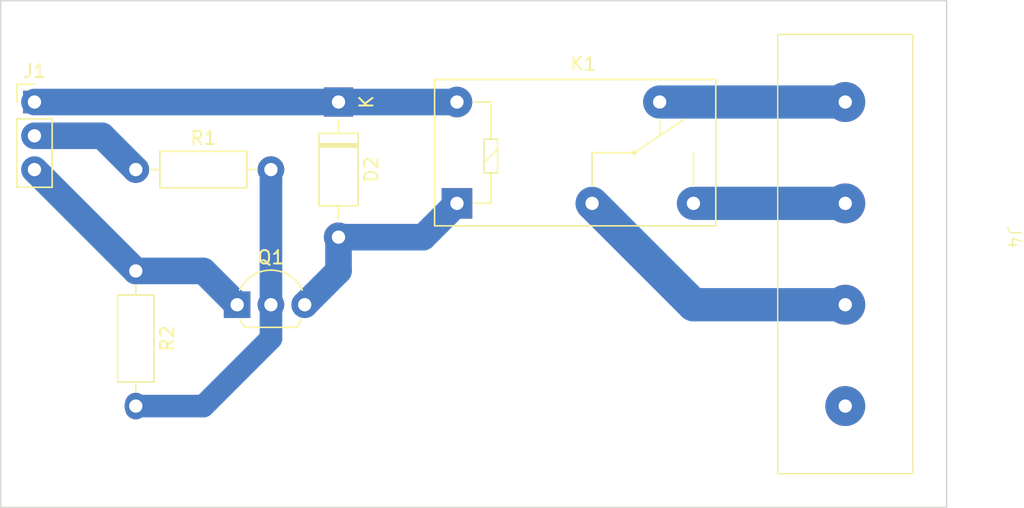
<source format=kicad_pcb>
(kicad_pcb (version 20221018) (generator pcbnew)
  (layers (0 "F.Cu" signal) (31 "B.Cu" signal) (34 "B.Paste" user) (35 "F.Paste" user) (36 "B.SilkS" user "B.Silkscreen") (37 "F.SilkS" user "F.Silkscreen") (38 "B.Mask" user) (39 "F.Mask" user) (44 "Edge.Cuts" user))
  (net 0 "")
  (net 2 "+5V")
  (net 3 "Net-(D2-A)")
  (net 4 "/RELAY_TOGGLE")
  (net 5 "GND")
  (net 6 "/RELAY_NO")
  (net 7 "/RELAY_NC")
  (net 8 "/RELAY_COM")
  (net 9 "Net-(Q1-B)")
  (footprint "Package_TO_SOT_THT:TO-92L_Inline_Wide" (layer "F.Cu") (at 134.62 116.84)
    (fp_text reference "Q1" (at 2.54 -3.56) (layer "F.SilkS"))
    (fp_text value "2N2222")
    (fp_line (start 0.6 1.7) (end 4.45 1.7) (stroke (width 0.12)) (layer "F.SilkS"))
    (fp_arc (start 0.1836 -1.098807) (mid 1.143021 -2.192817) (end 2.54 -2.6) (stroke (width 0.12)) (layer "F.SilkS"))
    (fp_arc (start 0.6 1.7) (mid 0.389183 1.423933) (end 0.217369 1.122045) (stroke (width 0.12)) (layer "F.SilkS"))
    (fp_arc (start 2.54 -2.6) (mid 3.936979 -2.192818) (end 4.8964 -1.098807) (stroke (width 0.12)) (layer "F.SilkS"))
    (fp_arc (start 4.842383 1.112264) (mid 4.666594 1.419753) (end 4.45 1.7) (stroke (width 0.12)) (layer "F.SilkS"))
    (pad "1" thru_hole rect (at 0 0) (size 2 2) (drill 1) (layers "*.Cu" "*.Mask") (net 5 "GND"))
    (pad "2" thru_hole circle (at 2.54 0) (size 2 2) (drill 1) (layers "*.Cu" "*.Mask") (net 9 "Net-(Q1-B)"))
    (pad "3" thru_hole circle (at 5.08 0) (size 2 2) (drill 1) (layers "*.Cu" "*.Mask") (net 3 "Net-(D2-A)"))
  )
  (footprint "Relay_THT:Relay_SPDT_Omron-G5Q-1" (layer "F.Cu") (at 151.145 109.22)
    (fp_text reference "K1" (at 9.5 -10.5 180) (layer "F.SilkS"))
    (fp_text value "G5Q-1")
    (fp_line (start -1.68 -9.31) (end 19.46 -9.31) (stroke (width 0.12)) (layer "F.SilkS"))
    (fp_line (start -1.68 1.69) (end -1.68 -9.31) (stroke (width 0.12)) (layer "F.SilkS"))
    (fp_line (start -1.68 1.69) (end 19.46 1.69) (stroke (width 0.12)) (layer "F.SilkS"))
    (fp_line (start 1.27 0) (end 2.54 0) (stroke (width 0.12)) (layer "F.SilkS"))
    (fp_line (start 2.03 -4.83) (end 2.54 -4.83) (stroke (width 0.12)) (layer "F.SilkS"))
    (fp_line (start 2.03 -3.05) (end 3.05 -4.06) (stroke (width 0.12)) (layer "F.SilkS"))
    (fp_line (start 2.03 -2.29) (end 2.03 -4.83) (stroke (width 0.12)) (layer "F.SilkS"))
    (fp_line (start 2.54 -7.62) (end 1.27 -7.62) (stroke (width 0.12)) (layer "F.SilkS"))
    (fp_line (start 2.54 -4.83) (end 2.54 -7.62) (stroke (width 0.12)) (layer "F.SilkS"))
    (fp_line (start 2.54 -4.83) (end 3.05 -4.83) (stroke (width 0.12)) (layer "F.SilkS"))
    (fp_line (start 2.54 -2.29) (end 2.03 -2.29) (stroke (width 0.12)) (layer "F.SilkS"))
    (fp_line (start 2.54 0) (end 2.54 -2.29) (stroke (width 0.12)) (layer "F.SilkS"))
    (fp_line (start 3.05 -4.83) (end 3.05 -2.29) (stroke (width 0.12)) (layer "F.SilkS"))
    (fp_line (start 3.05 -2.29) (end 2.54 -2.29) (stroke (width 0.12)) (layer "F.SilkS"))
    (fp_line (start 10.16 -3.81) (end 13.335 -3.81) (stroke (width 0.12)) (layer "F.SilkS"))
    (fp_line (start 10.16 -1.27) (end 10.16 -3.81) (stroke (width 0.12)) (layer "F.SilkS"))
    (fp_line (start 13.335 -3.81) (end 17.145 -6.35) (stroke (width 0.12)) (layer "F.SilkS"))
    (fp_line (start 15.24 -6.35) (end 15.24 -5.08) (stroke (width 0.12)) (layer "F.SilkS"))
    (fp_line (start 17.78 -1.27) (end 17.78 -3.81) (stroke (width 0.12)) (layer "F.SilkS"))
    (fp_line (start 19.46 1.69) (end 19.46 -9.31) (stroke (width 0.12)) (layer "F.SilkS"))
    (fp_circle (center 13.335 -3.81) (end 13.462 -3.81) (stroke (width 0.12)) (fill none) (layer "F.SilkS"))
    (pad "1" thru_hole rect (at 0 0 180) (size 2.3 2.3) (drill 1) (layers "*.Cu" "*.Mask") (net 3 "Net-(D2-A)"))
    (pad "2" thru_hole circle (at 10.16 0 180) (size 2.3 2.3) (drill 1) (layers "*.Cu" "*.Mask") (net 8 "/RELAY_COM"))
    (pad "3" thru_hole circle (at 17.78 0 180) (size 2.3 2.3) (drill 1) (layers "*.Cu" "*.Mask") (net 6 "/RELAY_NO"))
    (pad "4" thru_hole circle (at 15.24 -7.62 180) (size 2.3 2.3) (drill 1) (layers "*.Cu" "*.Mask") (net 7 "/RELAY_NC"))
    (pad "5" thru_hole circle (at 0 -7.62 180) (size 2.3 2.3) (drill 1) (layers "*.Cu" "*.Mask") (net 2 "+5V"))
  )
  (footprint "Resistor_THT:R_Axial_DIN0207_L6.3mm_D2.5mm_P10.16mm_Horizontal" (layer "F.Cu") (at 127 106.68)
    (fp_text reference "R1" (at 5.08 -2.37) (layer "F.SilkS"))
    (fp_text value "1k")
    (fp_line (start 1.04 0) (end 1.81 0) (stroke (width 0.12)) (layer "F.SilkS"))
    (fp_line (start 1.81 -1.37) (end 1.81 1.37) (stroke (width 0.12)) (layer "F.SilkS"))
    (fp_line (start 1.81 1.37) (end 8.35 1.37) (stroke (width 0.12)) (layer "F.SilkS"))
    (fp_line (start 8.35 -1.37) (end 1.81 -1.37) (stroke (width 0.12)) (layer "F.SilkS"))
    (fp_line (start 8.35 1.37) (end 8.35 -1.37) (stroke (width 0.12)) (layer "F.SilkS"))
    (fp_line (start 9.12 0) (end 8.35 0) (stroke (width 0.12)) (layer "F.SilkS"))
    (pad "1" thru_hole circle (at 0 0) (size 2 2) (drill 1) (layers "*.Cu" "*.Mask") (net 4 "/RELAY_TOGGLE"))
    (pad "2" thru_hole oval (at 10.16 0) (size 2 2) (drill 1) (layers "*.Cu" "*.Mask") (net 9 "Net-(Q1-B)"))
  )
  (footprint "Diode_THT:D_DO-41_SOD81_P10.16mm_Horizontal" (layer "F.Cu") (at 142.24 101.6 -90)
    (fp_text reference "D2" (at 5.08 -2.47 90) (layer "F.SilkS"))
    (fp_text value "1N4007")
    (fp_text user "K" (at 0 -2.1 90) (layer "F.SilkS"))
    (fp_line (start 1.34 0) (end 2.36 0) (stroke (width 0.12)) (layer "F.SilkS"))
    (fp_line (start 2.36 -1.47) (end 2.36 1.47) (stroke (width 0.12)) (layer "F.SilkS"))
    (fp_line (start 2.36 1.47) (end 7.8 1.47) (stroke (width 0.12)) (layer "F.SilkS"))
    (fp_line (start 3.14 -1.47) (end 3.14 1.47) (stroke (width 0.12)) (layer "F.SilkS"))
    (fp_line (start 3.26 -1.47) (end 3.26 1.47) (stroke (width 0.12)) (layer "F.SilkS"))
    (fp_line (start 3.38 -1.47) (end 3.38 1.47) (stroke (width 0.12)) (layer "F.SilkS"))
    (fp_line (start 7.8 -1.47) (end 2.36 -1.47) (stroke (width 0.12)) (layer "F.SilkS"))
    (fp_line (start 7.8 1.47) (end 7.8 -1.47) (stroke (width 0.12)) (layer "F.SilkS"))
    (fp_line (start 8.82 0) (end 7.8 0) (stroke (width 0.12)) (layer "F.SilkS"))
    (pad "1" thru_hole rect (at 0 0 270) (size 2.2 2.2) (drill 1) (layers "*.Cu" "*.Mask") (net 2 "+5V"))
    (pad "2" thru_hole oval (at 10.16 0 270) (size 2.2 2.2) (drill 1) (layers "*.Cu" "*.Mask") (net 3 "Net-(D2-A)"))
  )
  (footprint "TerminalBlock:ML-250" (layer "F.Cu") (at 190.5 111.76 -90)
    (fp_text reference "J4" (at 0 -2.54 -90 unlocked) (layer "F.SilkS") (effects (font (thickness 0.1))))
    (fp_text value "Conn_01x04")
    (fp_rect (start -15.24 5.08) (end 17.78 15.24) (stroke (width 0.1)) (fill none) (layer "F.SilkS"))
    (pad "1" thru_hole circle (at -10.16 10.16 270) (size 3 3) (drill 1) (layers "*.Cu" "*.Mask") (net 7 "/RELAY_NC"))
    (pad "2" thru_hole circle (at -2.54 10.16 270) (size 3 3) (drill 1) (layers "*.Cu" "*.Mask") (net 6 "/RELAY_NO"))
    (pad "3" thru_hole circle (at 5.08 10.16 270) (size 3 3) (drill 1) (layers "*.Cu" "*.Mask") (net 8 "/RELAY_COM"))
    (pad "4" thru_hole circle (at 12.7 10.16 270) (size 3 3) (drill 1) (layers "*.Cu" "*.Mask"))
  )
  (footprint "Resistor_THT:R_Axial_DIN0207_L6.3mm_D2.5mm_P10.16mm_Horizontal" (layer "F.Cu") (at 127 114.3 -90)
    (fp_text reference "R2" (at 5.08 -2.37 90) (layer "F.SilkS"))
    (fp_text value "10k")
    (fp_line (start 1.04 0) (end 1.81 0) (stroke (width 0.12)) (layer "F.SilkS"))
    (fp_line (start 1.81 -1.37) (end 1.81 1.37) (stroke (width 0.12)) (layer "F.SilkS"))
    (fp_line (start 1.81 1.37) (end 8.35 1.37) (stroke (width 0.12)) (layer "F.SilkS"))
    (fp_line (start 8.35 -1.37) (end 1.81 -1.37) (stroke (width 0.12)) (layer "F.SilkS"))
    (fp_line (start 8.35 1.37) (end 8.35 -1.37) (stroke (width 0.12)) (layer "F.SilkS"))
    (fp_line (start 9.12 0) (end 8.35 0) (stroke (width 0.12)) (layer "F.SilkS"))
    (pad "1" thru_hole circle (at 0 0 270) (size 2 2) (drill 1) (layers "*.Cu" "*.Mask") (net 5 "GND"))
    (pad "2" thru_hole oval (at 10.16 0 270) (size 2 1.6) (drill 1) (layers "*.Cu" "*.Mask") (net 9 "Net-(Q1-B)"))
  )
  (footprint "Connector_PinHeader_2.54mm:PinHeader_1x03_P2.54mm_Vertical" (layer "F.Cu") (at 119.38 101.6)
    (fp_text reference "J1" (at 0 -2.33) (layer "F.SilkS"))
    (fp_text value "Conn_01x03_Pin" hide)
    (fp_line (start -1.33 -1.33) (end 0 -1.33) (stroke (width 0.12)) (layer "F.SilkS"))
    (fp_line (start -1.33 0) (end -1.33 -1.33) (stroke (width 0.12)) (layer "F.SilkS"))
    (fp_line (start -1.33 1.27) (end -1.33 6.41) (stroke (width 0.12)) (layer "F.SilkS"))
    (fp_line (start -1.33 1.27) (end 1.33 1.27) (stroke (width 0.12)) (layer "F.SilkS"))
    (fp_line (start -1.33 6.41) (end 1.33 6.41) (stroke (width 0.12)) (layer "F.SilkS"))
    (fp_line (start 1.33 1.27) (end 1.33 6.41) (stroke (width 0.12)) (layer "F.SilkS"))
    (pad "1" thru_hole rect (at 0 0) (size 1.7 1.7) (drill 1) (layers "*.Cu" "*.Mask") (net 2 "+5V"))
    (pad "2" thru_hole oval (at 0 2.54) (size 1.7 1.7) (drill 1) (layers "*.Cu" "*.Mask") (net 4 "/RELAY_TOGGLE"))
    (pad "3" thru_hole oval (at 0 5.08) (size 1.7 1.7) (drill 1) (layers "*.Cu" "*.Mask") (net 5 "GND"))
  )
  (gr_rect (start 116.84 93.98) (end 187.96 132.08) (stroke (width 0.1)) (fill none) (layer "Edge.Cuts"))
  (segment (start 119.38 101.6) (end 142.24 101.6) (width 2) (layer "B.Cu") (net 2))
  (segment (start 142.24 101.6) (end 151.145 101.6) (width 2) (layer "B.Cu") (net 2))
  (segment (start 148.605 111.76) (end 151.145 109.22) (width 2) (layer "B.Cu") (net 3))
  (segment (start 142.24 111.76) (end 148.605 111.76) (width 2) (layer "B.Cu") (net 3))
  (segment (start 142.24 111.76) (end 142.24 114.3) (width 2) (layer "B.Cu") (net 3))
  (segment (start 142.24 114.3) (end 139.7 116.84) (width 2) (layer "B.Cu") (net 3))
  (segment (start 119.38 104.14) (end 124.46 104.14) (width 2) (layer "B.Cu") (net 4))
  (segment (start 124.46 104.14) (end 127 106.68) (width 2) (layer "B.Cu") (net 4))
  (segment (start 132.08 114.3) (end 134.62 116.84) (width 2) (layer "B.Cu") (net 5))
  (segment (start 127 114.3) (end 119.38 106.68) (width 2) (layer "B.Cu") (net 5))
  (segment (start 127 114.3) (end 132.08 114.3) (width 2) (layer "B.Cu") (net 5))
  (segment (start 168.925 109.22) (end 180.34 109.22) (width 2.5) (layer "B.Cu") (net 6))
  (segment (start 166.385 101.6) (end 180.34 101.6) (width 2.5) (layer "B.Cu") (net 7))
  (segment (start 168.925 116.84) (end 180.34 116.84) (width 2.5) (layer "B.Cu") (net 8))
  (segment (start 161.305 109.22) (end 168.925 116.84) (width 2.5) (layer "B.Cu") (net 8))
  (segment (start 132.08 124.46) (end 137.16 119.38) (width 1.7) (layer "B.Cu") (net 9))
  (segment (start 137.16 119.38) (end 137.16 116.84) (width 1.7) (layer "B.Cu") (net 9))
  (segment (start 137.16 106.68) (end 137.16 116.84) (width 1.7) (layer "B.Cu") (net 9))
  (segment (start 127 124.46) (end 132.08 124.46) (width 1.7) (layer "B.Cu") (net 9))
)
</source>
